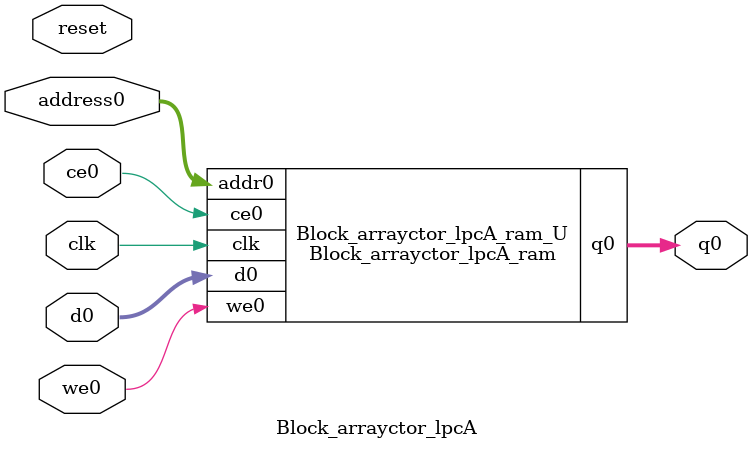
<source format=v>
`timescale 1 ns / 1 ps
module Block_arrayctor_lpcA_ram (addr0, ce0, d0, we0, q0,  clk);

parameter DWIDTH = 5;
parameter AWIDTH = 14;
parameter MEM_SIZE = 13284;

input[AWIDTH-1:0] addr0;
input ce0;
input[DWIDTH-1:0] d0;
input we0;
output reg[DWIDTH-1:0] q0;
input clk;

(* ram_style = "block" *)reg [DWIDTH-1:0] ram[0:MEM_SIZE-1];




always @(posedge clk)  
begin 
    if (ce0) begin
        if (we0) 
            ram[addr0] <= d0; 
        q0 <= ram[addr0];
    end
end


endmodule

`timescale 1 ns / 1 ps
module Block_arrayctor_lpcA(
    reset,
    clk,
    address0,
    ce0,
    we0,
    d0,
    q0);

parameter DataWidth = 32'd5;
parameter AddressRange = 32'd13284;
parameter AddressWidth = 32'd14;
input reset;
input clk;
input[AddressWidth - 1:0] address0;
input ce0;
input we0;
input[DataWidth - 1:0] d0;
output[DataWidth - 1:0] q0;



Block_arrayctor_lpcA_ram Block_arrayctor_lpcA_ram_U(
    .clk( clk ),
    .addr0( address0 ),
    .ce0( ce0 ),
    .we0( we0 ),
    .d0( d0 ),
    .q0( q0 ));

endmodule


</source>
